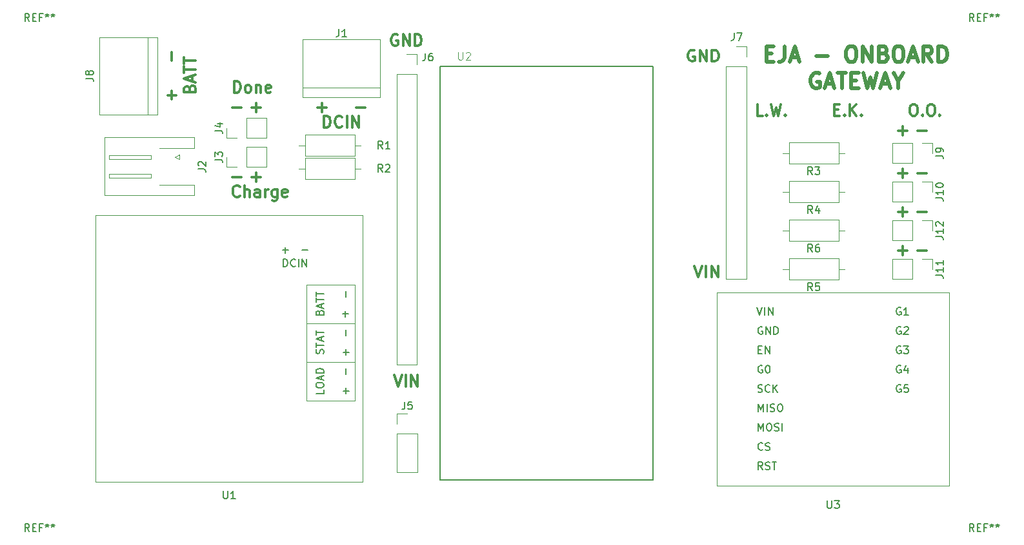
<source format=gto>
G04 #@! TF.GenerationSoftware,KiCad,Pcbnew,5.1.6-c6e7f7d~87~ubuntu20.04.1*
G04 #@! TF.CreationDate,2020-08-06T14:28:34-04:00*
G04 #@! TF.ProjectId,Onboard_Gateway,4f6e626f-6172-4645-9f47-617465776179,Leonardo Ward*
G04 #@! TF.SameCoordinates,Original*
G04 #@! TF.FileFunction,Legend,Top*
G04 #@! TF.FilePolarity,Positive*
%FSLAX46Y46*%
G04 Gerber Fmt 4.6, Leading zero omitted, Abs format (unit mm)*
G04 Created by KiCad (PCBNEW 5.1.6-c6e7f7d~87~ubuntu20.04.1) date 2020-08-06 14:28:34*
%MOMM*%
%LPD*%
G01*
G04 APERTURE LIST*
%ADD10C,0.300000*%
%ADD11C,0.500000*%
%ADD12C,0.120000*%
%ADD13C,0.127000*%
%ADD14C,0.150000*%
%ADD15C,0.015000*%
G04 APERTURE END LIST*
D10*
X187561742Y-95596971D02*
X188061742Y-97096971D01*
X188561742Y-95596971D01*
X189061742Y-97096971D02*
X189061742Y-95596971D01*
X189776028Y-97096971D02*
X189776028Y-95596971D01*
X190633171Y-97096971D01*
X190633171Y-95596971D01*
X187553742Y-67296600D02*
X187410885Y-67225171D01*
X187196600Y-67225171D01*
X186982314Y-67296600D01*
X186839457Y-67439457D01*
X186768028Y-67582314D01*
X186696600Y-67868028D01*
X186696600Y-68082314D01*
X186768028Y-68368028D01*
X186839457Y-68510885D01*
X186982314Y-68653742D01*
X187196600Y-68725171D01*
X187339457Y-68725171D01*
X187553742Y-68653742D01*
X187625171Y-68582314D01*
X187625171Y-68082314D01*
X187339457Y-68082314D01*
X188268028Y-68725171D02*
X188268028Y-67225171D01*
X189125171Y-68725171D01*
X189125171Y-67225171D01*
X189839457Y-68725171D02*
X189839457Y-67225171D01*
X190196600Y-67225171D01*
X190410885Y-67296600D01*
X190553742Y-67439457D01*
X190625171Y-67582314D01*
X190696600Y-67868028D01*
X190696600Y-68082314D01*
X190625171Y-68368028D01*
X190553742Y-68510885D01*
X190410885Y-68653742D01*
X190196600Y-68725171D01*
X189839457Y-68725171D01*
X148590142Y-65239200D02*
X148447285Y-65167771D01*
X148233000Y-65167771D01*
X148018714Y-65239200D01*
X147875857Y-65382057D01*
X147804428Y-65524914D01*
X147733000Y-65810628D01*
X147733000Y-66024914D01*
X147804428Y-66310628D01*
X147875857Y-66453485D01*
X148018714Y-66596342D01*
X148233000Y-66667771D01*
X148375857Y-66667771D01*
X148590142Y-66596342D01*
X148661571Y-66524914D01*
X148661571Y-66024914D01*
X148375857Y-66024914D01*
X149304428Y-66667771D02*
X149304428Y-65167771D01*
X150161571Y-66667771D01*
X150161571Y-65167771D01*
X150875857Y-66667771D02*
X150875857Y-65167771D01*
X151233000Y-65167771D01*
X151447285Y-65239200D01*
X151590142Y-65382057D01*
X151661571Y-65524914D01*
X151733000Y-65810628D01*
X151733000Y-66024914D01*
X151661571Y-66310628D01*
X151590142Y-66453485D01*
X151447285Y-66596342D01*
X151233000Y-66667771D01*
X150875857Y-66667771D01*
X148166342Y-109947971D02*
X148666342Y-111447971D01*
X149166342Y-109947971D01*
X149666342Y-111447971D02*
X149666342Y-109947971D01*
X150380628Y-111447971D02*
X150380628Y-109947971D01*
X151237771Y-111447971D01*
X151237771Y-109947971D01*
X216852571Y-93579142D02*
X217995428Y-93579142D01*
X216852571Y-88499142D02*
X217995428Y-88499142D01*
X216852571Y-83419142D02*
X217995428Y-83419142D01*
X214312571Y-93579142D02*
X215455428Y-93579142D01*
X214884000Y-94150571D02*
X214884000Y-93007714D01*
X214312571Y-88499142D02*
X215455428Y-88499142D01*
X214884000Y-89070571D02*
X214884000Y-87927714D01*
X214312571Y-83419142D02*
X215455428Y-83419142D01*
X214884000Y-83990571D02*
X214884000Y-82847714D01*
X216852571Y-77831142D02*
X217995428Y-77831142D01*
X214312571Y-77831142D02*
X215455428Y-77831142D01*
X214884000Y-78402571D02*
X214884000Y-77259714D01*
X196522000Y-75862571D02*
X195807714Y-75862571D01*
X195807714Y-74362571D01*
X197022000Y-75719714D02*
X197093428Y-75791142D01*
X197022000Y-75862571D01*
X196950571Y-75791142D01*
X197022000Y-75719714D01*
X197022000Y-75862571D01*
X197593428Y-74362571D02*
X197950571Y-75862571D01*
X198236285Y-74791142D01*
X198522000Y-75862571D01*
X198879142Y-74362571D01*
X199450571Y-75719714D02*
X199522000Y-75791142D01*
X199450571Y-75862571D01*
X199379142Y-75791142D01*
X199450571Y-75719714D01*
X199450571Y-75862571D01*
X205879142Y-75076857D02*
X206379142Y-75076857D01*
X206593428Y-75862571D02*
X205879142Y-75862571D01*
X205879142Y-74362571D01*
X206593428Y-74362571D01*
X207236285Y-75719714D02*
X207307714Y-75791142D01*
X207236285Y-75862571D01*
X207164857Y-75791142D01*
X207236285Y-75719714D01*
X207236285Y-75862571D01*
X207950571Y-75862571D02*
X207950571Y-74362571D01*
X208807714Y-75862571D02*
X208164857Y-75005428D01*
X208807714Y-74362571D02*
X207950571Y-75219714D01*
X209450571Y-75719714D02*
X209522000Y-75791142D01*
X209450571Y-75862571D01*
X209379142Y-75791142D01*
X209450571Y-75719714D01*
X209450571Y-75862571D01*
X216164857Y-74362571D02*
X216450571Y-74362571D01*
X216593428Y-74434000D01*
X216736285Y-74576857D01*
X216807714Y-74862571D01*
X216807714Y-75362571D01*
X216736285Y-75648285D01*
X216593428Y-75791142D01*
X216450571Y-75862571D01*
X216164857Y-75862571D01*
X216022000Y-75791142D01*
X215879142Y-75648285D01*
X215807714Y-75362571D01*
X215807714Y-74862571D01*
X215879142Y-74576857D01*
X216022000Y-74434000D01*
X216164857Y-74362571D01*
X217450571Y-75719714D02*
X217522000Y-75791142D01*
X217450571Y-75862571D01*
X217379142Y-75791142D01*
X217450571Y-75719714D01*
X217450571Y-75862571D01*
X218450571Y-74362571D02*
X218736285Y-74362571D01*
X218879142Y-74434000D01*
X219022000Y-74576857D01*
X219093428Y-74862571D01*
X219093428Y-75362571D01*
X219022000Y-75648285D01*
X218879142Y-75791142D01*
X218736285Y-75862571D01*
X218450571Y-75862571D01*
X218307714Y-75791142D01*
X218164857Y-75648285D01*
X218093428Y-75362571D01*
X218093428Y-74862571D01*
X218164857Y-74576857D01*
X218307714Y-74434000D01*
X218450571Y-74362571D01*
X219736285Y-75719714D02*
X219807714Y-75791142D01*
X219736285Y-75862571D01*
X219664857Y-75791142D01*
X219736285Y-75719714D01*
X219736285Y-75862571D01*
D11*
X196978476Y-67703142D02*
X197645142Y-67703142D01*
X197930857Y-68750761D02*
X196978476Y-68750761D01*
X196978476Y-66750761D01*
X197930857Y-66750761D01*
X199359428Y-66750761D02*
X199359428Y-68179333D01*
X199264190Y-68465047D01*
X199073714Y-68655523D01*
X198788000Y-68750761D01*
X198597523Y-68750761D01*
X200216571Y-68179333D02*
X201168952Y-68179333D01*
X200026095Y-68750761D02*
X200692761Y-66750761D01*
X201359428Y-68750761D01*
X203549904Y-67988857D02*
X205073714Y-67988857D01*
X207930857Y-66750761D02*
X208311809Y-66750761D01*
X208502285Y-66846000D01*
X208692761Y-67036476D01*
X208788000Y-67417428D01*
X208788000Y-68084095D01*
X208692761Y-68465047D01*
X208502285Y-68655523D01*
X208311809Y-68750761D01*
X207930857Y-68750761D01*
X207740380Y-68655523D01*
X207549904Y-68465047D01*
X207454666Y-68084095D01*
X207454666Y-67417428D01*
X207549904Y-67036476D01*
X207740380Y-66846000D01*
X207930857Y-66750761D01*
X209645142Y-68750761D02*
X209645142Y-66750761D01*
X210788000Y-68750761D01*
X210788000Y-66750761D01*
X212407047Y-67703142D02*
X212692761Y-67798380D01*
X212788000Y-67893619D01*
X212883238Y-68084095D01*
X212883238Y-68369809D01*
X212788000Y-68560285D01*
X212692761Y-68655523D01*
X212502285Y-68750761D01*
X211740380Y-68750761D01*
X211740380Y-66750761D01*
X212407047Y-66750761D01*
X212597523Y-66846000D01*
X212692761Y-66941238D01*
X212788000Y-67131714D01*
X212788000Y-67322190D01*
X212692761Y-67512666D01*
X212597523Y-67607904D01*
X212407047Y-67703142D01*
X211740380Y-67703142D01*
X214121333Y-66750761D02*
X214502285Y-66750761D01*
X214692761Y-66846000D01*
X214883238Y-67036476D01*
X214978476Y-67417428D01*
X214978476Y-68084095D01*
X214883238Y-68465047D01*
X214692761Y-68655523D01*
X214502285Y-68750761D01*
X214121333Y-68750761D01*
X213930857Y-68655523D01*
X213740380Y-68465047D01*
X213645142Y-68084095D01*
X213645142Y-67417428D01*
X213740380Y-67036476D01*
X213930857Y-66846000D01*
X214121333Y-66750761D01*
X215740380Y-68179333D02*
X216692761Y-68179333D01*
X215549904Y-68750761D02*
X216216571Y-66750761D01*
X216883238Y-68750761D01*
X218692761Y-68750761D02*
X218026095Y-67798380D01*
X217549904Y-68750761D02*
X217549904Y-66750761D01*
X218311809Y-66750761D01*
X218502285Y-66846000D01*
X218597523Y-66941238D01*
X218692761Y-67131714D01*
X218692761Y-67417428D01*
X218597523Y-67607904D01*
X218502285Y-67703142D01*
X218311809Y-67798380D01*
X217549904Y-67798380D01*
X219549904Y-68750761D02*
X219549904Y-66750761D01*
X220026095Y-66750761D01*
X220311809Y-66846000D01*
X220502285Y-67036476D01*
X220597523Y-67226952D01*
X220692761Y-67607904D01*
X220692761Y-67893619D01*
X220597523Y-68274571D01*
X220502285Y-68465047D01*
X220311809Y-68655523D01*
X220026095Y-68750761D01*
X219549904Y-68750761D01*
X203930857Y-70346000D02*
X203740380Y-70250761D01*
X203454666Y-70250761D01*
X203168952Y-70346000D01*
X202978476Y-70536476D01*
X202883238Y-70726952D01*
X202788000Y-71107904D01*
X202788000Y-71393619D01*
X202883238Y-71774571D01*
X202978476Y-71965047D01*
X203168952Y-72155523D01*
X203454666Y-72250761D01*
X203645142Y-72250761D01*
X203930857Y-72155523D01*
X204026095Y-72060285D01*
X204026095Y-71393619D01*
X203645142Y-71393619D01*
X204788000Y-71679333D02*
X205740380Y-71679333D01*
X204597523Y-72250761D02*
X205264190Y-70250761D01*
X205930857Y-72250761D01*
X206311809Y-70250761D02*
X207454666Y-70250761D01*
X206883238Y-72250761D02*
X206883238Y-70250761D01*
X208121333Y-71203142D02*
X208788000Y-71203142D01*
X209073714Y-72250761D02*
X208121333Y-72250761D01*
X208121333Y-70250761D01*
X209073714Y-70250761D01*
X209740380Y-70250761D02*
X210216571Y-72250761D01*
X210597523Y-70822190D01*
X210978476Y-72250761D01*
X211454666Y-70250761D01*
X212121333Y-71679333D02*
X213073714Y-71679333D01*
X211930857Y-72250761D02*
X212597523Y-70250761D01*
X213264190Y-72250761D01*
X214311809Y-71298380D02*
X214311809Y-72250761D01*
X213645142Y-70250761D02*
X214311809Y-71298380D01*
X214978476Y-70250761D01*
D10*
X138938285Y-77386571D02*
X138938285Y-75886571D01*
X139295428Y-75886571D01*
X139509714Y-75958000D01*
X139652571Y-76100857D01*
X139724000Y-76243714D01*
X139795428Y-76529428D01*
X139795428Y-76743714D01*
X139724000Y-77029428D01*
X139652571Y-77172285D01*
X139509714Y-77315142D01*
X139295428Y-77386571D01*
X138938285Y-77386571D01*
X141295428Y-77243714D02*
X141224000Y-77315142D01*
X141009714Y-77386571D01*
X140866857Y-77386571D01*
X140652571Y-77315142D01*
X140509714Y-77172285D01*
X140438285Y-77029428D01*
X140366857Y-76743714D01*
X140366857Y-76529428D01*
X140438285Y-76243714D01*
X140509714Y-76100857D01*
X140652571Y-75958000D01*
X140866857Y-75886571D01*
X141009714Y-75886571D01*
X141224000Y-75958000D01*
X141295428Y-76029428D01*
X141938285Y-77386571D02*
X141938285Y-75886571D01*
X142652571Y-77386571D02*
X142652571Y-75886571D01*
X143509714Y-77386571D01*
X143509714Y-75886571D01*
X118979142Y-68643428D02*
X118979142Y-67500571D01*
X118979142Y-73723428D02*
X118979142Y-72580571D01*
X119550571Y-73152000D02*
X118407714Y-73152000D01*
X121304857Y-72290571D02*
X121376285Y-72076285D01*
X121447714Y-72004857D01*
X121590571Y-71933428D01*
X121804857Y-71933428D01*
X121947714Y-72004857D01*
X122019142Y-72076285D01*
X122090571Y-72219142D01*
X122090571Y-72790571D01*
X120590571Y-72790571D01*
X120590571Y-72290571D01*
X120662000Y-72147714D01*
X120733428Y-72076285D01*
X120876285Y-72004857D01*
X121019142Y-72004857D01*
X121162000Y-72076285D01*
X121233428Y-72147714D01*
X121304857Y-72290571D01*
X121304857Y-72790571D01*
X121662000Y-71362000D02*
X121662000Y-70647714D01*
X122090571Y-71504857D02*
X120590571Y-71004857D01*
X122090571Y-70504857D01*
X120590571Y-70219142D02*
X120590571Y-69362000D01*
X122090571Y-69790571D02*
X120590571Y-69790571D01*
X120590571Y-69076285D02*
X120590571Y-68219142D01*
X122090571Y-68647714D02*
X120590571Y-68647714D01*
X143192571Y-74783142D02*
X144335428Y-74783142D01*
X138112571Y-74783142D02*
X139255428Y-74783142D01*
X138684000Y-75354571D02*
X138684000Y-74211714D01*
X127877428Y-86387714D02*
X127806000Y-86459142D01*
X127591714Y-86530571D01*
X127448857Y-86530571D01*
X127234571Y-86459142D01*
X127091714Y-86316285D01*
X127020285Y-86173428D01*
X126948857Y-85887714D01*
X126948857Y-85673428D01*
X127020285Y-85387714D01*
X127091714Y-85244857D01*
X127234571Y-85102000D01*
X127448857Y-85030571D01*
X127591714Y-85030571D01*
X127806000Y-85102000D01*
X127877428Y-85173428D01*
X128520285Y-86530571D02*
X128520285Y-85030571D01*
X129163142Y-86530571D02*
X129163142Y-85744857D01*
X129091714Y-85602000D01*
X128948857Y-85530571D01*
X128734571Y-85530571D01*
X128591714Y-85602000D01*
X128520285Y-85673428D01*
X130520285Y-86530571D02*
X130520285Y-85744857D01*
X130448857Y-85602000D01*
X130306000Y-85530571D01*
X130020285Y-85530571D01*
X129877428Y-85602000D01*
X130520285Y-86459142D02*
X130377428Y-86530571D01*
X130020285Y-86530571D01*
X129877428Y-86459142D01*
X129806000Y-86316285D01*
X129806000Y-86173428D01*
X129877428Y-86030571D01*
X130020285Y-85959142D01*
X130377428Y-85959142D01*
X130520285Y-85887714D01*
X131234571Y-86530571D02*
X131234571Y-85530571D01*
X131234571Y-85816285D02*
X131306000Y-85673428D01*
X131377428Y-85602000D01*
X131520285Y-85530571D01*
X131663142Y-85530571D01*
X132806000Y-85530571D02*
X132806000Y-86744857D01*
X132734571Y-86887714D01*
X132663142Y-86959142D01*
X132520285Y-87030571D01*
X132306000Y-87030571D01*
X132163142Y-86959142D01*
X132806000Y-86459142D02*
X132663142Y-86530571D01*
X132377428Y-86530571D01*
X132234571Y-86459142D01*
X132163142Y-86387714D01*
X132091714Y-86244857D01*
X132091714Y-85816285D01*
X132163142Y-85673428D01*
X132234571Y-85602000D01*
X132377428Y-85530571D01*
X132663142Y-85530571D01*
X132806000Y-85602000D01*
X134091714Y-86459142D02*
X133948857Y-86530571D01*
X133663142Y-86530571D01*
X133520285Y-86459142D01*
X133448857Y-86316285D01*
X133448857Y-85744857D01*
X133520285Y-85602000D01*
X133663142Y-85530571D01*
X133948857Y-85530571D01*
X134091714Y-85602000D01*
X134163142Y-85744857D01*
X134163142Y-85887714D01*
X133448857Y-86030571D01*
X127147142Y-72814571D02*
X127147142Y-71314571D01*
X127504285Y-71314571D01*
X127718571Y-71386000D01*
X127861428Y-71528857D01*
X127932857Y-71671714D01*
X128004285Y-71957428D01*
X128004285Y-72171714D01*
X127932857Y-72457428D01*
X127861428Y-72600285D01*
X127718571Y-72743142D01*
X127504285Y-72814571D01*
X127147142Y-72814571D01*
X128861428Y-72814571D02*
X128718571Y-72743142D01*
X128647142Y-72671714D01*
X128575714Y-72528857D01*
X128575714Y-72100285D01*
X128647142Y-71957428D01*
X128718571Y-71886000D01*
X128861428Y-71814571D01*
X129075714Y-71814571D01*
X129218571Y-71886000D01*
X129290000Y-71957428D01*
X129361428Y-72100285D01*
X129361428Y-72528857D01*
X129290000Y-72671714D01*
X129218571Y-72743142D01*
X129075714Y-72814571D01*
X128861428Y-72814571D01*
X130004285Y-71814571D02*
X130004285Y-72814571D01*
X130004285Y-71957428D02*
X130075714Y-71886000D01*
X130218571Y-71814571D01*
X130432857Y-71814571D01*
X130575714Y-71886000D01*
X130647142Y-72028857D01*
X130647142Y-72814571D01*
X131932857Y-72743142D02*
X131790000Y-72814571D01*
X131504285Y-72814571D01*
X131361428Y-72743142D01*
X131290000Y-72600285D01*
X131290000Y-72028857D01*
X131361428Y-71886000D01*
X131504285Y-71814571D01*
X131790000Y-71814571D01*
X131932857Y-71886000D01*
X132004285Y-72028857D01*
X132004285Y-72171714D01*
X131290000Y-72314571D01*
X129476571Y-74783142D02*
X130619428Y-74783142D01*
X130048000Y-75354571D02*
X130048000Y-74211714D01*
X126936571Y-74783142D02*
X128079428Y-74783142D01*
X126936571Y-83927142D02*
X128079428Y-83927142D01*
X129476571Y-83927142D02*
X130619428Y-83927142D01*
X130048000Y-84498571D02*
X130048000Y-83355714D01*
D12*
X143002000Y-98044000D02*
X136652000Y-98044000D01*
X136652000Y-98044000D02*
X136652000Y-113284000D01*
X136652000Y-113284000D02*
X143002000Y-113284000D01*
X143002000Y-113284000D02*
X143002000Y-98044000D01*
X136652000Y-103124000D02*
X143002000Y-103124000D01*
X136652000Y-108204000D02*
X143002000Y-108204000D01*
X144018000Y-123952000D02*
X144023080Y-88900000D01*
X144023080Y-88900000D02*
X108958380Y-88902540D01*
X108958380Y-88902540D02*
X108966000Y-123959620D01*
X108966000Y-123959620D02*
X144018000Y-123952000D01*
X190500000Y-99060000D02*
X190500000Y-124460000D01*
X190500000Y-124460000D02*
X220980000Y-124460000D01*
X220980000Y-124460000D02*
X220980000Y-99060000D01*
X220980000Y-99060000D02*
X190500000Y-99060000D01*
X131378000Y-82610000D02*
X131378000Y-79950000D01*
X128778000Y-82610000D02*
X131378000Y-82610000D01*
X128778000Y-79950000D02*
X131378000Y-79950000D01*
X128778000Y-82610000D02*
X128778000Y-79950000D01*
X127508000Y-82610000D02*
X126178000Y-82610000D01*
X126178000Y-82610000D02*
X126178000Y-81280000D01*
X131378000Y-78800000D02*
X131378000Y-76140000D01*
X128778000Y-78800000D02*
X131378000Y-78800000D01*
X128778000Y-76140000D02*
X131378000Y-76140000D01*
X128778000Y-78800000D02*
X128778000Y-76140000D01*
X127508000Y-78800000D02*
X126178000Y-78800000D01*
X126178000Y-78800000D02*
X126178000Y-77470000D01*
X148530000Y-115002000D02*
X149860000Y-115002000D01*
X148530000Y-116332000D02*
X148530000Y-115002000D01*
X148530000Y-117602000D02*
X151190000Y-117602000D01*
X151190000Y-117602000D02*
X151190000Y-122742000D01*
X148530000Y-117602000D02*
X148530000Y-122742000D01*
X148530000Y-122742000D02*
X151190000Y-122742000D01*
X117094000Y-75692000D02*
X117094000Y-65532000D01*
X109474000Y-75692000D02*
X117094000Y-75692000D01*
X109474000Y-65532000D02*
X109474000Y-75692000D01*
X117094000Y-65532000D02*
X109474000Y-65532000D01*
X115824000Y-65532000D02*
X115824000Y-75692000D01*
D13*
X182098000Y-123770000D02*
X154198000Y-123770000D01*
X182098000Y-69370000D02*
X182098000Y-123770000D01*
X154198000Y-69370000D02*
X182098000Y-69370000D01*
X154198000Y-123770000D02*
X154198000Y-69370000D01*
D12*
X110146000Y-82530000D02*
X110146000Y-78720000D01*
X110146000Y-78720000D02*
X121866000Y-78720000D01*
X121866000Y-78720000D02*
X121866000Y-80140000D01*
X121866000Y-80140000D02*
X117366000Y-80140000D01*
X110146000Y-82530000D02*
X110146000Y-86340000D01*
X110146000Y-86340000D02*
X121866000Y-86340000D01*
X121866000Y-86340000D02*
X121866000Y-84920000D01*
X121866000Y-84920000D02*
X117366000Y-84920000D01*
X116256000Y-81030000D02*
X110756000Y-81030000D01*
X110756000Y-81030000D02*
X110756000Y-81530000D01*
X110756000Y-81530000D02*
X116256000Y-81530000D01*
X116256000Y-81530000D02*
X116256000Y-81030000D01*
X116256000Y-83530000D02*
X110756000Y-83530000D01*
X110756000Y-83530000D02*
X110756000Y-84030000D01*
X110756000Y-84030000D02*
X116256000Y-84030000D01*
X116256000Y-84030000D02*
X116256000Y-83530000D01*
X119356000Y-81280000D02*
X119956000Y-80980000D01*
X119956000Y-80980000D02*
X119956000Y-81580000D01*
X119956000Y-81580000D02*
X119356000Y-81280000D01*
X136144000Y-73406000D02*
X146304000Y-73406000D01*
X136144000Y-65786000D02*
X136144000Y-73406000D01*
X146304000Y-65786000D02*
X136144000Y-65786000D01*
X146304000Y-73406000D02*
X146304000Y-65786000D01*
X146304000Y-72136000D02*
X136144000Y-72136000D01*
X136430000Y-78386000D02*
X136430000Y-81126000D01*
X136430000Y-81126000D02*
X142970000Y-81126000D01*
X142970000Y-81126000D02*
X142970000Y-78386000D01*
X142970000Y-78386000D02*
X136430000Y-78386000D01*
X135660000Y-79756000D02*
X136430000Y-79756000D01*
X143740000Y-79756000D02*
X142970000Y-79756000D01*
X143740000Y-82804000D02*
X142970000Y-82804000D01*
X135660000Y-82804000D02*
X136430000Y-82804000D01*
X142970000Y-81434000D02*
X136430000Y-81434000D01*
X142970000Y-84174000D02*
X142970000Y-81434000D01*
X136430000Y-84174000D02*
X142970000Y-84174000D01*
X136430000Y-81434000D02*
X136430000Y-84174000D01*
X149783800Y-67783400D02*
X151113800Y-67783400D01*
X151113800Y-67783400D02*
X151113800Y-69113400D01*
X151113800Y-70383400D02*
X151113800Y-108543400D01*
X148453800Y-108543400D02*
X151113800Y-108543400D01*
X148453800Y-70383400D02*
X148453800Y-108543400D01*
X148453800Y-70383400D02*
X151113800Y-70383400D01*
X193040000Y-66742000D02*
X194370000Y-66742000D01*
X194370000Y-66742000D02*
X194370000Y-68072000D01*
X194370000Y-69342000D02*
X194370000Y-97342000D01*
X191710000Y-97342000D02*
X194370000Y-97342000D01*
X191710000Y-69342000D02*
X191710000Y-97342000D01*
X191710000Y-69342000D02*
X194370000Y-69342000D01*
X213554000Y-79442000D02*
X213554000Y-82102000D01*
X216154000Y-79442000D02*
X213554000Y-79442000D01*
X216154000Y-82102000D02*
X213554000Y-82102000D01*
X216154000Y-79442000D02*
X216154000Y-82102000D01*
X217424000Y-79442000D02*
X218754000Y-79442000D01*
X218754000Y-79442000D02*
X218754000Y-80772000D01*
X218754000Y-84522000D02*
X218754000Y-85852000D01*
X217424000Y-84522000D02*
X218754000Y-84522000D01*
X216154000Y-84522000D02*
X216154000Y-87182000D01*
X216154000Y-87182000D02*
X213554000Y-87182000D01*
X216154000Y-84522000D02*
X213554000Y-84522000D01*
X213554000Y-84522000D02*
X213554000Y-87182000D01*
X213554000Y-94682000D02*
X213554000Y-97342000D01*
X216154000Y-94682000D02*
X213554000Y-94682000D01*
X216154000Y-97342000D02*
X213554000Y-97342000D01*
X216154000Y-94682000D02*
X216154000Y-97342000D01*
X217424000Y-94682000D02*
X218754000Y-94682000D01*
X218754000Y-94682000D02*
X218754000Y-96012000D01*
X218754000Y-89602000D02*
X218754000Y-90932000D01*
X217424000Y-89602000D02*
X218754000Y-89602000D01*
X216154000Y-89602000D02*
X216154000Y-92262000D01*
X216154000Y-92262000D02*
X213554000Y-92262000D01*
X216154000Y-89602000D02*
X213554000Y-89602000D01*
X213554000Y-89602000D02*
X213554000Y-92262000D01*
X199160000Y-80772000D02*
X199930000Y-80772000D01*
X207240000Y-80772000D02*
X206470000Y-80772000D01*
X199930000Y-82142000D02*
X206470000Y-82142000D01*
X199930000Y-79402000D02*
X199930000Y-82142000D01*
X206470000Y-79402000D02*
X199930000Y-79402000D01*
X206470000Y-82142000D02*
X206470000Y-79402000D01*
X206470000Y-87222000D02*
X206470000Y-84482000D01*
X206470000Y-84482000D02*
X199930000Y-84482000D01*
X199930000Y-84482000D02*
X199930000Y-87222000D01*
X199930000Y-87222000D02*
X206470000Y-87222000D01*
X207240000Y-85852000D02*
X206470000Y-85852000D01*
X199160000Y-85852000D02*
X199930000Y-85852000D01*
X206470000Y-97382000D02*
X206470000Y-94642000D01*
X206470000Y-94642000D02*
X199930000Y-94642000D01*
X199930000Y-94642000D02*
X199930000Y-97382000D01*
X199930000Y-97382000D02*
X206470000Y-97382000D01*
X207240000Y-96012000D02*
X206470000Y-96012000D01*
X199160000Y-96012000D02*
X199930000Y-96012000D01*
X199160000Y-90932000D02*
X199930000Y-90932000D01*
X207240000Y-90932000D02*
X206470000Y-90932000D01*
X199930000Y-92302000D02*
X206470000Y-92302000D01*
X199930000Y-89562000D02*
X199930000Y-92302000D01*
X206470000Y-89562000D02*
X199930000Y-89562000D01*
X206470000Y-92302000D02*
X206470000Y-89562000D01*
D14*
X100266666Y-130500380D02*
X99933333Y-130024190D01*
X99695238Y-130500380D02*
X99695238Y-129500380D01*
X100076190Y-129500380D01*
X100171428Y-129548000D01*
X100219047Y-129595619D01*
X100266666Y-129690857D01*
X100266666Y-129833714D01*
X100219047Y-129928952D01*
X100171428Y-129976571D01*
X100076190Y-130024190D01*
X99695238Y-130024190D01*
X100695238Y-129976571D02*
X101028571Y-129976571D01*
X101171428Y-130500380D02*
X100695238Y-130500380D01*
X100695238Y-129500380D01*
X101171428Y-129500380D01*
X101933333Y-129976571D02*
X101600000Y-129976571D01*
X101600000Y-130500380D02*
X101600000Y-129500380D01*
X102076190Y-129500380D01*
X102600000Y-129500380D02*
X102600000Y-129738476D01*
X102361904Y-129643238D02*
X102600000Y-129738476D01*
X102838095Y-129643238D01*
X102457142Y-129928952D02*
X102600000Y-129738476D01*
X102742857Y-129928952D01*
X103361904Y-129500380D02*
X103361904Y-129738476D01*
X103123809Y-129643238D02*
X103361904Y-129738476D01*
X103600000Y-129643238D01*
X103219047Y-129928952D02*
X103361904Y-129738476D01*
X103504761Y-129928952D01*
X224218666Y-130500380D02*
X223885333Y-130024190D01*
X223647238Y-130500380D02*
X223647238Y-129500380D01*
X224028190Y-129500380D01*
X224123428Y-129548000D01*
X224171047Y-129595619D01*
X224218666Y-129690857D01*
X224218666Y-129833714D01*
X224171047Y-129928952D01*
X224123428Y-129976571D01*
X224028190Y-130024190D01*
X223647238Y-130024190D01*
X224647238Y-129976571D02*
X224980571Y-129976571D01*
X225123428Y-130500380D02*
X224647238Y-130500380D01*
X224647238Y-129500380D01*
X225123428Y-129500380D01*
X225885333Y-129976571D02*
X225552000Y-129976571D01*
X225552000Y-130500380D02*
X225552000Y-129500380D01*
X226028190Y-129500380D01*
X226552000Y-129500380D02*
X226552000Y-129738476D01*
X226313904Y-129643238D02*
X226552000Y-129738476D01*
X226790095Y-129643238D01*
X226409142Y-129928952D02*
X226552000Y-129738476D01*
X226694857Y-129928952D01*
X227313904Y-129500380D02*
X227313904Y-129738476D01*
X227075809Y-129643238D02*
X227313904Y-129738476D01*
X227552000Y-129643238D01*
X227171047Y-129928952D02*
X227313904Y-129738476D01*
X227456761Y-129928952D01*
X224218666Y-63444380D02*
X223885333Y-62968190D01*
X223647238Y-63444380D02*
X223647238Y-62444380D01*
X224028190Y-62444380D01*
X224123428Y-62492000D01*
X224171047Y-62539619D01*
X224218666Y-62634857D01*
X224218666Y-62777714D01*
X224171047Y-62872952D01*
X224123428Y-62920571D01*
X224028190Y-62968190D01*
X223647238Y-62968190D01*
X224647238Y-62920571D02*
X224980571Y-62920571D01*
X225123428Y-63444380D02*
X224647238Y-63444380D01*
X224647238Y-62444380D01*
X225123428Y-62444380D01*
X225885333Y-62920571D02*
X225552000Y-62920571D01*
X225552000Y-63444380D02*
X225552000Y-62444380D01*
X226028190Y-62444380D01*
X226552000Y-62444380D02*
X226552000Y-62682476D01*
X226313904Y-62587238D02*
X226552000Y-62682476D01*
X226790095Y-62587238D01*
X226409142Y-62872952D02*
X226552000Y-62682476D01*
X226694857Y-62872952D01*
X227313904Y-62444380D02*
X227313904Y-62682476D01*
X227075809Y-62587238D02*
X227313904Y-62682476D01*
X227552000Y-62587238D01*
X227171047Y-62872952D02*
X227313904Y-62682476D01*
X227456761Y-62872952D01*
X100266666Y-63444380D02*
X99933333Y-62968190D01*
X99695238Y-63444380D02*
X99695238Y-62444380D01*
X100076190Y-62444380D01*
X100171428Y-62492000D01*
X100219047Y-62539619D01*
X100266666Y-62634857D01*
X100266666Y-62777714D01*
X100219047Y-62872952D01*
X100171428Y-62920571D01*
X100076190Y-62968190D01*
X99695238Y-62968190D01*
X100695238Y-62920571D02*
X101028571Y-62920571D01*
X101171428Y-63444380D02*
X100695238Y-63444380D01*
X100695238Y-62444380D01*
X101171428Y-62444380D01*
X101933333Y-62920571D02*
X101600000Y-62920571D01*
X101600000Y-63444380D02*
X101600000Y-62444380D01*
X102076190Y-62444380D01*
X102600000Y-62444380D02*
X102600000Y-62682476D01*
X102361904Y-62587238D02*
X102600000Y-62682476D01*
X102838095Y-62587238D01*
X102457142Y-62872952D02*
X102600000Y-62682476D01*
X102742857Y-62872952D01*
X103361904Y-62444380D02*
X103361904Y-62682476D01*
X103123809Y-62587238D02*
X103361904Y-62682476D01*
X103600000Y-62587238D01*
X103219047Y-62872952D02*
X103361904Y-62682476D01*
X103504761Y-62872952D01*
X125730095Y-125182380D02*
X125730095Y-125991904D01*
X125777714Y-126087142D01*
X125825333Y-126134761D01*
X125920571Y-126182380D01*
X126111047Y-126182380D01*
X126206285Y-126134761D01*
X126253904Y-126087142D01*
X126301523Y-125991904D01*
X126301523Y-125182380D01*
X127301523Y-126182380D02*
X126730095Y-126182380D01*
X127015809Y-126182380D02*
X127015809Y-125182380D01*
X126920571Y-125325238D01*
X126825333Y-125420476D01*
X126730095Y-125468095D01*
X133604190Y-95702380D02*
X133604190Y-94702380D01*
X133842285Y-94702380D01*
X133985142Y-94750000D01*
X134080380Y-94845238D01*
X134128000Y-94940476D01*
X134175619Y-95130952D01*
X134175619Y-95273809D01*
X134128000Y-95464285D01*
X134080380Y-95559523D01*
X133985142Y-95654761D01*
X133842285Y-95702380D01*
X133604190Y-95702380D01*
X135175619Y-95607142D02*
X135128000Y-95654761D01*
X134985142Y-95702380D01*
X134889904Y-95702380D01*
X134747047Y-95654761D01*
X134651809Y-95559523D01*
X134604190Y-95464285D01*
X134556571Y-95273809D01*
X134556571Y-95130952D01*
X134604190Y-94940476D01*
X134651809Y-94845238D01*
X134747047Y-94750000D01*
X134889904Y-94702380D01*
X134985142Y-94702380D01*
X135128000Y-94750000D01*
X135175619Y-94797619D01*
X135604190Y-95702380D02*
X135604190Y-94702380D01*
X136080380Y-95702380D02*
X136080380Y-94702380D01*
X136651809Y-95702380D01*
X136651809Y-94702380D01*
X136017047Y-93543428D02*
X136778952Y-93543428D01*
X133477047Y-93543428D02*
X134238952Y-93543428D01*
X133858000Y-93924380D02*
X133858000Y-93162476D01*
X141803428Y-99694952D02*
X141803428Y-98933047D01*
X141351047Y-101925428D02*
X142112952Y-101925428D01*
X141732000Y-102306380D02*
X141732000Y-101544476D01*
X141803428Y-104774952D02*
X141803428Y-104013047D01*
X141803428Y-107314952D02*
X141803428Y-106553047D01*
X142184380Y-106934000D02*
X141422476Y-106934000D01*
X141803428Y-109854952D02*
X141803428Y-109093047D01*
X141803428Y-112394952D02*
X141803428Y-111633047D01*
X142184380Y-112014000D02*
X141422476Y-112014000D01*
X138358571Y-101703047D02*
X138406190Y-101560190D01*
X138453809Y-101512571D01*
X138549047Y-101464952D01*
X138691904Y-101464952D01*
X138787142Y-101512571D01*
X138834761Y-101560190D01*
X138882380Y-101655428D01*
X138882380Y-102036380D01*
X137882380Y-102036380D01*
X137882380Y-101703047D01*
X137930000Y-101607809D01*
X137977619Y-101560190D01*
X138072857Y-101512571D01*
X138168095Y-101512571D01*
X138263333Y-101560190D01*
X138310952Y-101607809D01*
X138358571Y-101703047D01*
X138358571Y-102036380D01*
X138596666Y-101084000D02*
X138596666Y-100607809D01*
X138882380Y-101179238D02*
X137882380Y-100845904D01*
X138882380Y-100512571D01*
X137882380Y-100322095D02*
X137882380Y-99750666D01*
X138882380Y-100036380D02*
X137882380Y-100036380D01*
X137882380Y-99560190D02*
X137882380Y-98988761D01*
X138882380Y-99274476D02*
X137882380Y-99274476D01*
X138834761Y-107140190D02*
X138882380Y-106997333D01*
X138882380Y-106759238D01*
X138834761Y-106664000D01*
X138787142Y-106616380D01*
X138691904Y-106568761D01*
X138596666Y-106568761D01*
X138501428Y-106616380D01*
X138453809Y-106664000D01*
X138406190Y-106759238D01*
X138358571Y-106949714D01*
X138310952Y-107044952D01*
X138263333Y-107092571D01*
X138168095Y-107140190D01*
X138072857Y-107140190D01*
X137977619Y-107092571D01*
X137930000Y-107044952D01*
X137882380Y-106949714D01*
X137882380Y-106711619D01*
X137930000Y-106568761D01*
X137882380Y-106283047D02*
X137882380Y-105711619D01*
X138882380Y-105997333D02*
X137882380Y-105997333D01*
X138596666Y-105425904D02*
X138596666Y-104949714D01*
X138882380Y-105521142D02*
X137882380Y-105187809D01*
X138882380Y-104854476D01*
X137882380Y-104664000D02*
X137882380Y-104092571D01*
X138882380Y-104378285D02*
X137882380Y-104378285D01*
X138882380Y-111886857D02*
X138882380Y-112363047D01*
X137882380Y-112363047D01*
X137882380Y-111363047D02*
X137882380Y-111172571D01*
X137930000Y-111077333D01*
X138025238Y-110982095D01*
X138215714Y-110934476D01*
X138549047Y-110934476D01*
X138739523Y-110982095D01*
X138834761Y-111077333D01*
X138882380Y-111172571D01*
X138882380Y-111363047D01*
X138834761Y-111458285D01*
X138739523Y-111553523D01*
X138549047Y-111601142D01*
X138215714Y-111601142D01*
X138025238Y-111553523D01*
X137930000Y-111458285D01*
X137882380Y-111363047D01*
X138596666Y-110553523D02*
X138596666Y-110077333D01*
X138882380Y-110648761D02*
X137882380Y-110315428D01*
X138882380Y-109982095D01*
X138882380Y-109648761D02*
X137882380Y-109648761D01*
X137882380Y-109410666D01*
X137930000Y-109267809D01*
X138025238Y-109172571D01*
X138120476Y-109124952D01*
X138310952Y-109077333D01*
X138453809Y-109077333D01*
X138644285Y-109124952D01*
X138739523Y-109172571D01*
X138834761Y-109267809D01*
X138882380Y-109410666D01*
X138882380Y-109648761D01*
X204978095Y-126452380D02*
X204978095Y-127261904D01*
X205025714Y-127357142D01*
X205073333Y-127404761D01*
X205168571Y-127452380D01*
X205359047Y-127452380D01*
X205454285Y-127404761D01*
X205501904Y-127357142D01*
X205549523Y-127261904D01*
X205549523Y-126452380D01*
X205930476Y-126452380D02*
X206549523Y-126452380D01*
X206216190Y-126833333D01*
X206359047Y-126833333D01*
X206454285Y-126880952D01*
X206501904Y-126928571D01*
X206549523Y-127023809D01*
X206549523Y-127261904D01*
X206501904Y-127357142D01*
X206454285Y-127404761D01*
X206359047Y-127452380D01*
X206073333Y-127452380D01*
X205978095Y-127404761D01*
X205930476Y-127357142D01*
X195772738Y-101052380D02*
X196106071Y-102052380D01*
X196439404Y-101052380D01*
X196772738Y-102052380D02*
X196772738Y-101052380D01*
X197248928Y-102052380D02*
X197248928Y-101052380D01*
X197820357Y-102052380D01*
X197820357Y-101052380D01*
X196439404Y-103640000D02*
X196344166Y-103592380D01*
X196201309Y-103592380D01*
X196058452Y-103640000D01*
X195963214Y-103735238D01*
X195915595Y-103830476D01*
X195867976Y-104020952D01*
X195867976Y-104163809D01*
X195915595Y-104354285D01*
X195963214Y-104449523D01*
X196058452Y-104544761D01*
X196201309Y-104592380D01*
X196296547Y-104592380D01*
X196439404Y-104544761D01*
X196487023Y-104497142D01*
X196487023Y-104163809D01*
X196296547Y-104163809D01*
X196915595Y-104592380D02*
X196915595Y-103592380D01*
X197487023Y-104592380D01*
X197487023Y-103592380D01*
X197963214Y-104592380D02*
X197963214Y-103592380D01*
X198201309Y-103592380D01*
X198344166Y-103640000D01*
X198439404Y-103735238D01*
X198487023Y-103830476D01*
X198534642Y-104020952D01*
X198534642Y-104163809D01*
X198487023Y-104354285D01*
X198439404Y-104449523D01*
X198344166Y-104544761D01*
X198201309Y-104592380D01*
X197963214Y-104592380D01*
X195915595Y-106608571D02*
X196248928Y-106608571D01*
X196391785Y-107132380D02*
X195915595Y-107132380D01*
X195915595Y-106132380D01*
X196391785Y-106132380D01*
X196820357Y-107132380D02*
X196820357Y-106132380D01*
X197391785Y-107132380D01*
X197391785Y-106132380D01*
X196439404Y-108720000D02*
X196344166Y-108672380D01*
X196201309Y-108672380D01*
X196058452Y-108720000D01*
X195963214Y-108815238D01*
X195915595Y-108910476D01*
X195867976Y-109100952D01*
X195867976Y-109243809D01*
X195915595Y-109434285D01*
X195963214Y-109529523D01*
X196058452Y-109624761D01*
X196201309Y-109672380D01*
X196296547Y-109672380D01*
X196439404Y-109624761D01*
X196487023Y-109577142D01*
X196487023Y-109243809D01*
X196296547Y-109243809D01*
X197106071Y-108672380D02*
X197201309Y-108672380D01*
X197296547Y-108720000D01*
X197344166Y-108767619D01*
X197391785Y-108862857D01*
X197439404Y-109053333D01*
X197439404Y-109291428D01*
X197391785Y-109481904D01*
X197344166Y-109577142D01*
X197296547Y-109624761D01*
X197201309Y-109672380D01*
X197106071Y-109672380D01*
X197010833Y-109624761D01*
X196963214Y-109577142D01*
X196915595Y-109481904D01*
X196867976Y-109291428D01*
X196867976Y-109053333D01*
X196915595Y-108862857D01*
X196963214Y-108767619D01*
X197010833Y-108720000D01*
X197106071Y-108672380D01*
X195867976Y-112164761D02*
X196010833Y-112212380D01*
X196248928Y-112212380D01*
X196344166Y-112164761D01*
X196391785Y-112117142D01*
X196439404Y-112021904D01*
X196439404Y-111926666D01*
X196391785Y-111831428D01*
X196344166Y-111783809D01*
X196248928Y-111736190D01*
X196058452Y-111688571D01*
X195963214Y-111640952D01*
X195915595Y-111593333D01*
X195867976Y-111498095D01*
X195867976Y-111402857D01*
X195915595Y-111307619D01*
X195963214Y-111260000D01*
X196058452Y-111212380D01*
X196296547Y-111212380D01*
X196439404Y-111260000D01*
X197439404Y-112117142D02*
X197391785Y-112164761D01*
X197248928Y-112212380D01*
X197153690Y-112212380D01*
X197010833Y-112164761D01*
X196915595Y-112069523D01*
X196867976Y-111974285D01*
X196820357Y-111783809D01*
X196820357Y-111640952D01*
X196867976Y-111450476D01*
X196915595Y-111355238D01*
X197010833Y-111260000D01*
X197153690Y-111212380D01*
X197248928Y-111212380D01*
X197391785Y-111260000D01*
X197439404Y-111307619D01*
X197867976Y-112212380D02*
X197867976Y-111212380D01*
X198439404Y-112212380D02*
X198010833Y-111640952D01*
X198439404Y-111212380D02*
X197867976Y-111783809D01*
X195915595Y-114752380D02*
X195915595Y-113752380D01*
X196248928Y-114466666D01*
X196582261Y-113752380D01*
X196582261Y-114752380D01*
X197058452Y-114752380D02*
X197058452Y-113752380D01*
X197487023Y-114704761D02*
X197629880Y-114752380D01*
X197867976Y-114752380D01*
X197963214Y-114704761D01*
X198010833Y-114657142D01*
X198058452Y-114561904D01*
X198058452Y-114466666D01*
X198010833Y-114371428D01*
X197963214Y-114323809D01*
X197867976Y-114276190D01*
X197677500Y-114228571D01*
X197582261Y-114180952D01*
X197534642Y-114133333D01*
X197487023Y-114038095D01*
X197487023Y-113942857D01*
X197534642Y-113847619D01*
X197582261Y-113800000D01*
X197677500Y-113752380D01*
X197915595Y-113752380D01*
X198058452Y-113800000D01*
X198677500Y-113752380D02*
X198867976Y-113752380D01*
X198963214Y-113800000D01*
X199058452Y-113895238D01*
X199106071Y-114085714D01*
X199106071Y-114419047D01*
X199058452Y-114609523D01*
X198963214Y-114704761D01*
X198867976Y-114752380D01*
X198677500Y-114752380D01*
X198582261Y-114704761D01*
X198487023Y-114609523D01*
X198439404Y-114419047D01*
X198439404Y-114085714D01*
X198487023Y-113895238D01*
X198582261Y-113800000D01*
X198677500Y-113752380D01*
X195915595Y-117292380D02*
X195915595Y-116292380D01*
X196248928Y-117006666D01*
X196582261Y-116292380D01*
X196582261Y-117292380D01*
X197248928Y-116292380D02*
X197439404Y-116292380D01*
X197534642Y-116340000D01*
X197629880Y-116435238D01*
X197677500Y-116625714D01*
X197677500Y-116959047D01*
X197629880Y-117149523D01*
X197534642Y-117244761D01*
X197439404Y-117292380D01*
X197248928Y-117292380D01*
X197153690Y-117244761D01*
X197058452Y-117149523D01*
X197010833Y-116959047D01*
X197010833Y-116625714D01*
X197058452Y-116435238D01*
X197153690Y-116340000D01*
X197248928Y-116292380D01*
X198058452Y-117244761D02*
X198201309Y-117292380D01*
X198439404Y-117292380D01*
X198534642Y-117244761D01*
X198582261Y-117197142D01*
X198629880Y-117101904D01*
X198629880Y-117006666D01*
X198582261Y-116911428D01*
X198534642Y-116863809D01*
X198439404Y-116816190D01*
X198248928Y-116768571D01*
X198153690Y-116720952D01*
X198106071Y-116673333D01*
X198058452Y-116578095D01*
X198058452Y-116482857D01*
X198106071Y-116387619D01*
X198153690Y-116340000D01*
X198248928Y-116292380D01*
X198487023Y-116292380D01*
X198629880Y-116340000D01*
X199058452Y-117292380D02*
X199058452Y-116292380D01*
X196487023Y-119737142D02*
X196439404Y-119784761D01*
X196296547Y-119832380D01*
X196201309Y-119832380D01*
X196058452Y-119784761D01*
X195963214Y-119689523D01*
X195915595Y-119594285D01*
X195867976Y-119403809D01*
X195867976Y-119260952D01*
X195915595Y-119070476D01*
X195963214Y-118975238D01*
X196058452Y-118880000D01*
X196201309Y-118832380D01*
X196296547Y-118832380D01*
X196439404Y-118880000D01*
X196487023Y-118927619D01*
X196867976Y-119784761D02*
X197010833Y-119832380D01*
X197248928Y-119832380D01*
X197344166Y-119784761D01*
X197391785Y-119737142D01*
X197439404Y-119641904D01*
X197439404Y-119546666D01*
X197391785Y-119451428D01*
X197344166Y-119403809D01*
X197248928Y-119356190D01*
X197058452Y-119308571D01*
X196963214Y-119260952D01*
X196915595Y-119213333D01*
X196867976Y-119118095D01*
X196867976Y-119022857D01*
X196915595Y-118927619D01*
X196963214Y-118880000D01*
X197058452Y-118832380D01*
X197296547Y-118832380D01*
X197439404Y-118880000D01*
X196487023Y-122372380D02*
X196153690Y-121896190D01*
X195915595Y-122372380D02*
X195915595Y-121372380D01*
X196296547Y-121372380D01*
X196391785Y-121420000D01*
X196439404Y-121467619D01*
X196487023Y-121562857D01*
X196487023Y-121705714D01*
X196439404Y-121800952D01*
X196391785Y-121848571D01*
X196296547Y-121896190D01*
X195915595Y-121896190D01*
X196867976Y-122324761D02*
X197010833Y-122372380D01*
X197248928Y-122372380D01*
X197344166Y-122324761D01*
X197391785Y-122277142D01*
X197439404Y-122181904D01*
X197439404Y-122086666D01*
X197391785Y-121991428D01*
X197344166Y-121943809D01*
X197248928Y-121896190D01*
X197058452Y-121848571D01*
X196963214Y-121800952D01*
X196915595Y-121753333D01*
X196867976Y-121658095D01*
X196867976Y-121562857D01*
X196915595Y-121467619D01*
X196963214Y-121420000D01*
X197058452Y-121372380D01*
X197296547Y-121372380D01*
X197439404Y-121420000D01*
X197725119Y-121372380D02*
X198296547Y-121372380D01*
X198010833Y-122372380D02*
X198010833Y-121372380D01*
X214612023Y-101100000D02*
X214516785Y-101052380D01*
X214373928Y-101052380D01*
X214231071Y-101100000D01*
X214135833Y-101195238D01*
X214088214Y-101290476D01*
X214040595Y-101480952D01*
X214040595Y-101623809D01*
X214088214Y-101814285D01*
X214135833Y-101909523D01*
X214231071Y-102004761D01*
X214373928Y-102052380D01*
X214469166Y-102052380D01*
X214612023Y-102004761D01*
X214659642Y-101957142D01*
X214659642Y-101623809D01*
X214469166Y-101623809D01*
X215612023Y-102052380D02*
X215040595Y-102052380D01*
X215326309Y-102052380D02*
X215326309Y-101052380D01*
X215231071Y-101195238D01*
X215135833Y-101290476D01*
X215040595Y-101338095D01*
X214612023Y-103640000D02*
X214516785Y-103592380D01*
X214373928Y-103592380D01*
X214231071Y-103640000D01*
X214135833Y-103735238D01*
X214088214Y-103830476D01*
X214040595Y-104020952D01*
X214040595Y-104163809D01*
X214088214Y-104354285D01*
X214135833Y-104449523D01*
X214231071Y-104544761D01*
X214373928Y-104592380D01*
X214469166Y-104592380D01*
X214612023Y-104544761D01*
X214659642Y-104497142D01*
X214659642Y-104163809D01*
X214469166Y-104163809D01*
X215040595Y-103687619D02*
X215088214Y-103640000D01*
X215183452Y-103592380D01*
X215421547Y-103592380D01*
X215516785Y-103640000D01*
X215564404Y-103687619D01*
X215612023Y-103782857D01*
X215612023Y-103878095D01*
X215564404Y-104020952D01*
X214992976Y-104592380D01*
X215612023Y-104592380D01*
X214612023Y-106180000D02*
X214516785Y-106132380D01*
X214373928Y-106132380D01*
X214231071Y-106180000D01*
X214135833Y-106275238D01*
X214088214Y-106370476D01*
X214040595Y-106560952D01*
X214040595Y-106703809D01*
X214088214Y-106894285D01*
X214135833Y-106989523D01*
X214231071Y-107084761D01*
X214373928Y-107132380D01*
X214469166Y-107132380D01*
X214612023Y-107084761D01*
X214659642Y-107037142D01*
X214659642Y-106703809D01*
X214469166Y-106703809D01*
X214992976Y-106132380D02*
X215612023Y-106132380D01*
X215278690Y-106513333D01*
X215421547Y-106513333D01*
X215516785Y-106560952D01*
X215564404Y-106608571D01*
X215612023Y-106703809D01*
X215612023Y-106941904D01*
X215564404Y-107037142D01*
X215516785Y-107084761D01*
X215421547Y-107132380D01*
X215135833Y-107132380D01*
X215040595Y-107084761D01*
X214992976Y-107037142D01*
X214612023Y-108720000D02*
X214516785Y-108672380D01*
X214373928Y-108672380D01*
X214231071Y-108720000D01*
X214135833Y-108815238D01*
X214088214Y-108910476D01*
X214040595Y-109100952D01*
X214040595Y-109243809D01*
X214088214Y-109434285D01*
X214135833Y-109529523D01*
X214231071Y-109624761D01*
X214373928Y-109672380D01*
X214469166Y-109672380D01*
X214612023Y-109624761D01*
X214659642Y-109577142D01*
X214659642Y-109243809D01*
X214469166Y-109243809D01*
X215516785Y-109005714D02*
X215516785Y-109672380D01*
X215278690Y-108624761D02*
X215040595Y-109339047D01*
X215659642Y-109339047D01*
X214612023Y-111260000D02*
X214516785Y-111212380D01*
X214373928Y-111212380D01*
X214231071Y-111260000D01*
X214135833Y-111355238D01*
X214088214Y-111450476D01*
X214040595Y-111640952D01*
X214040595Y-111783809D01*
X214088214Y-111974285D01*
X214135833Y-112069523D01*
X214231071Y-112164761D01*
X214373928Y-112212380D01*
X214469166Y-112212380D01*
X214612023Y-112164761D01*
X214659642Y-112117142D01*
X214659642Y-111783809D01*
X214469166Y-111783809D01*
X215564404Y-111212380D02*
X215088214Y-111212380D01*
X215040595Y-111688571D01*
X215088214Y-111640952D01*
X215183452Y-111593333D01*
X215421547Y-111593333D01*
X215516785Y-111640952D01*
X215564404Y-111688571D01*
X215612023Y-111783809D01*
X215612023Y-112021904D01*
X215564404Y-112117142D01*
X215516785Y-112164761D01*
X215421547Y-112212380D01*
X215183452Y-112212380D01*
X215088214Y-112164761D01*
X215040595Y-112117142D01*
X124630380Y-81613333D02*
X125344666Y-81613333D01*
X125487523Y-81660952D01*
X125582761Y-81756190D01*
X125630380Y-81899047D01*
X125630380Y-81994285D01*
X124630380Y-81232380D02*
X124630380Y-80613333D01*
X125011333Y-80946666D01*
X125011333Y-80803809D01*
X125058952Y-80708571D01*
X125106571Y-80660952D01*
X125201809Y-80613333D01*
X125439904Y-80613333D01*
X125535142Y-80660952D01*
X125582761Y-80708571D01*
X125630380Y-80803809D01*
X125630380Y-81089523D01*
X125582761Y-81184761D01*
X125535142Y-81232380D01*
X124630380Y-77803333D02*
X125344666Y-77803333D01*
X125487523Y-77850952D01*
X125582761Y-77946190D01*
X125630380Y-78089047D01*
X125630380Y-78184285D01*
X124963714Y-76898571D02*
X125630380Y-76898571D01*
X124582761Y-77136666D02*
X125297047Y-77374761D01*
X125297047Y-76755714D01*
X149526666Y-113454380D02*
X149526666Y-114168666D01*
X149479047Y-114311523D01*
X149383809Y-114406761D01*
X149240952Y-114454380D01*
X149145714Y-114454380D01*
X150479047Y-113454380D02*
X150002857Y-113454380D01*
X149955238Y-113930571D01*
X150002857Y-113882952D01*
X150098095Y-113835333D01*
X150336190Y-113835333D01*
X150431428Y-113882952D01*
X150479047Y-113930571D01*
X150526666Y-114025809D01*
X150526666Y-114263904D01*
X150479047Y-114359142D01*
X150431428Y-114406761D01*
X150336190Y-114454380D01*
X150098095Y-114454380D01*
X150002857Y-114406761D01*
X149955238Y-114359142D01*
X107656380Y-70945333D02*
X108370666Y-70945333D01*
X108513523Y-70992952D01*
X108608761Y-71088190D01*
X108656380Y-71231047D01*
X108656380Y-71326285D01*
X108084952Y-70326285D02*
X108037333Y-70421523D01*
X107989714Y-70469142D01*
X107894476Y-70516761D01*
X107846857Y-70516761D01*
X107751619Y-70469142D01*
X107704000Y-70421523D01*
X107656380Y-70326285D01*
X107656380Y-70135809D01*
X107704000Y-70040571D01*
X107751619Y-69992952D01*
X107846857Y-69945333D01*
X107894476Y-69945333D01*
X107989714Y-69992952D01*
X108037333Y-70040571D01*
X108084952Y-70135809D01*
X108084952Y-70326285D01*
X108132571Y-70421523D01*
X108180190Y-70469142D01*
X108275428Y-70516761D01*
X108465904Y-70516761D01*
X108561142Y-70469142D01*
X108608761Y-70421523D01*
X108656380Y-70326285D01*
X108656380Y-70135809D01*
X108608761Y-70040571D01*
X108561142Y-69992952D01*
X108465904Y-69945333D01*
X108275428Y-69945333D01*
X108180190Y-69992952D01*
X108132571Y-70040571D01*
X108084952Y-70135809D01*
D15*
X156556626Y-67526124D02*
X156556626Y-68335960D01*
X156604263Y-68431235D01*
X156651901Y-68478873D01*
X156747175Y-68526510D01*
X156937725Y-68526510D01*
X157033000Y-68478873D01*
X157080637Y-68431235D01*
X157128275Y-68335960D01*
X157128275Y-67526124D01*
X157557012Y-67621399D02*
X157604649Y-67573762D01*
X157699924Y-67526124D01*
X157938111Y-67526124D01*
X158033386Y-67573762D01*
X158081023Y-67621399D01*
X158128661Y-67716674D01*
X158128661Y-67811949D01*
X158081023Y-67954861D01*
X157509374Y-68526510D01*
X158128661Y-68526510D01*
D14*
X122408380Y-82863333D02*
X123122666Y-82863333D01*
X123265523Y-82910952D01*
X123360761Y-83006190D01*
X123408380Y-83149047D01*
X123408380Y-83244285D01*
X122503619Y-82434761D02*
X122456000Y-82387142D01*
X122408380Y-82291904D01*
X122408380Y-82053809D01*
X122456000Y-81958571D01*
X122503619Y-81910952D01*
X122598857Y-81863333D01*
X122694095Y-81863333D01*
X122836952Y-81910952D01*
X123408380Y-82482380D01*
X123408380Y-81863333D01*
X140890666Y-64476380D02*
X140890666Y-65190666D01*
X140843047Y-65333523D01*
X140747809Y-65428761D01*
X140604952Y-65476380D01*
X140509714Y-65476380D01*
X141890666Y-65476380D02*
X141319238Y-65476380D01*
X141604952Y-65476380D02*
X141604952Y-64476380D01*
X141509714Y-64619238D01*
X141414476Y-64714476D01*
X141319238Y-64762095D01*
X146645333Y-80208380D02*
X146312000Y-79732190D01*
X146073904Y-80208380D02*
X146073904Y-79208380D01*
X146454857Y-79208380D01*
X146550095Y-79256000D01*
X146597714Y-79303619D01*
X146645333Y-79398857D01*
X146645333Y-79541714D01*
X146597714Y-79636952D01*
X146550095Y-79684571D01*
X146454857Y-79732190D01*
X146073904Y-79732190D01*
X147597714Y-80208380D02*
X147026285Y-80208380D01*
X147312000Y-80208380D02*
X147312000Y-79208380D01*
X147216761Y-79351238D01*
X147121523Y-79446476D01*
X147026285Y-79494095D01*
X146645333Y-83256380D02*
X146312000Y-82780190D01*
X146073904Y-83256380D02*
X146073904Y-82256380D01*
X146454857Y-82256380D01*
X146550095Y-82304000D01*
X146597714Y-82351619D01*
X146645333Y-82446857D01*
X146645333Y-82589714D01*
X146597714Y-82684952D01*
X146550095Y-82732571D01*
X146454857Y-82780190D01*
X146073904Y-82780190D01*
X147026285Y-82351619D02*
X147073904Y-82304000D01*
X147169142Y-82256380D01*
X147407238Y-82256380D01*
X147502476Y-82304000D01*
X147550095Y-82351619D01*
X147597714Y-82446857D01*
X147597714Y-82542095D01*
X147550095Y-82684952D01*
X146978666Y-83256380D01*
X147597714Y-83256380D01*
X152219066Y-67651380D02*
X152219066Y-68365666D01*
X152171447Y-68508523D01*
X152076209Y-68603761D01*
X151933352Y-68651380D01*
X151838114Y-68651380D01*
X153123828Y-67651380D02*
X152933352Y-67651380D01*
X152838114Y-67699000D01*
X152790495Y-67746619D01*
X152695257Y-67889476D01*
X152647638Y-68079952D01*
X152647638Y-68460904D01*
X152695257Y-68556142D01*
X152742876Y-68603761D01*
X152838114Y-68651380D01*
X153028590Y-68651380D01*
X153123828Y-68603761D01*
X153171447Y-68556142D01*
X153219066Y-68460904D01*
X153219066Y-68222809D01*
X153171447Y-68127571D01*
X153123828Y-68079952D01*
X153028590Y-68032333D01*
X152838114Y-68032333D01*
X152742876Y-68079952D01*
X152695257Y-68127571D01*
X152647638Y-68222809D01*
X192732066Y-64958980D02*
X192732066Y-65673266D01*
X192684447Y-65816123D01*
X192589209Y-65911361D01*
X192446352Y-65958980D01*
X192351114Y-65958980D01*
X193113019Y-64958980D02*
X193779685Y-64958980D01*
X193351114Y-65958980D01*
X219206380Y-81105333D02*
X219920666Y-81105333D01*
X220063523Y-81152952D01*
X220158761Y-81248190D01*
X220206380Y-81391047D01*
X220206380Y-81486285D01*
X220206380Y-80581523D02*
X220206380Y-80391047D01*
X220158761Y-80295809D01*
X220111142Y-80248190D01*
X219968285Y-80152952D01*
X219777809Y-80105333D01*
X219396857Y-80105333D01*
X219301619Y-80152952D01*
X219254000Y-80200571D01*
X219206380Y-80295809D01*
X219206380Y-80486285D01*
X219254000Y-80581523D01*
X219301619Y-80629142D01*
X219396857Y-80676761D01*
X219634952Y-80676761D01*
X219730190Y-80629142D01*
X219777809Y-80581523D01*
X219825428Y-80486285D01*
X219825428Y-80295809D01*
X219777809Y-80200571D01*
X219730190Y-80152952D01*
X219634952Y-80105333D01*
X219206380Y-86661523D02*
X219920666Y-86661523D01*
X220063523Y-86709142D01*
X220158761Y-86804380D01*
X220206380Y-86947238D01*
X220206380Y-87042476D01*
X220206380Y-85661523D02*
X220206380Y-86232952D01*
X220206380Y-85947238D02*
X219206380Y-85947238D01*
X219349238Y-86042476D01*
X219444476Y-86137714D01*
X219492095Y-86232952D01*
X219206380Y-85042476D02*
X219206380Y-84947238D01*
X219254000Y-84852000D01*
X219301619Y-84804380D01*
X219396857Y-84756761D01*
X219587333Y-84709142D01*
X219825428Y-84709142D01*
X220015904Y-84756761D01*
X220111142Y-84804380D01*
X220158761Y-84852000D01*
X220206380Y-84947238D01*
X220206380Y-85042476D01*
X220158761Y-85137714D01*
X220111142Y-85185333D01*
X220015904Y-85232952D01*
X219825428Y-85280571D01*
X219587333Y-85280571D01*
X219396857Y-85232952D01*
X219301619Y-85185333D01*
X219254000Y-85137714D01*
X219206380Y-85042476D01*
X219206380Y-96821523D02*
X219920666Y-96821523D01*
X220063523Y-96869142D01*
X220158761Y-96964380D01*
X220206380Y-97107238D01*
X220206380Y-97202476D01*
X220206380Y-95821523D02*
X220206380Y-96392952D01*
X220206380Y-96107238D02*
X219206380Y-96107238D01*
X219349238Y-96202476D01*
X219444476Y-96297714D01*
X219492095Y-96392952D01*
X220206380Y-94869142D02*
X220206380Y-95440571D01*
X220206380Y-95154857D02*
X219206380Y-95154857D01*
X219349238Y-95250095D01*
X219444476Y-95345333D01*
X219492095Y-95440571D01*
X219206380Y-91741523D02*
X219920666Y-91741523D01*
X220063523Y-91789142D01*
X220158761Y-91884380D01*
X220206380Y-92027238D01*
X220206380Y-92122476D01*
X220206380Y-90741523D02*
X220206380Y-91312952D01*
X220206380Y-91027238D02*
X219206380Y-91027238D01*
X219349238Y-91122476D01*
X219444476Y-91217714D01*
X219492095Y-91312952D01*
X219301619Y-90360571D02*
X219254000Y-90312952D01*
X219206380Y-90217714D01*
X219206380Y-89979619D01*
X219254000Y-89884380D01*
X219301619Y-89836761D01*
X219396857Y-89789142D01*
X219492095Y-89789142D01*
X219634952Y-89836761D01*
X220206380Y-90408190D01*
X220206380Y-89789142D01*
X203033333Y-83594380D02*
X202700000Y-83118190D01*
X202461904Y-83594380D02*
X202461904Y-82594380D01*
X202842857Y-82594380D01*
X202938095Y-82642000D01*
X202985714Y-82689619D01*
X203033333Y-82784857D01*
X203033333Y-82927714D01*
X202985714Y-83022952D01*
X202938095Y-83070571D01*
X202842857Y-83118190D01*
X202461904Y-83118190D01*
X203366666Y-82594380D02*
X203985714Y-82594380D01*
X203652380Y-82975333D01*
X203795238Y-82975333D01*
X203890476Y-83022952D01*
X203938095Y-83070571D01*
X203985714Y-83165809D01*
X203985714Y-83403904D01*
X203938095Y-83499142D01*
X203890476Y-83546761D01*
X203795238Y-83594380D01*
X203509523Y-83594380D01*
X203414285Y-83546761D01*
X203366666Y-83499142D01*
X203033333Y-88674380D02*
X202700000Y-88198190D01*
X202461904Y-88674380D02*
X202461904Y-87674380D01*
X202842857Y-87674380D01*
X202938095Y-87722000D01*
X202985714Y-87769619D01*
X203033333Y-87864857D01*
X203033333Y-88007714D01*
X202985714Y-88102952D01*
X202938095Y-88150571D01*
X202842857Y-88198190D01*
X202461904Y-88198190D01*
X203890476Y-88007714D02*
X203890476Y-88674380D01*
X203652380Y-87626761D02*
X203414285Y-88341047D01*
X204033333Y-88341047D01*
X203033333Y-98834380D02*
X202700000Y-98358190D01*
X202461904Y-98834380D02*
X202461904Y-97834380D01*
X202842857Y-97834380D01*
X202938095Y-97882000D01*
X202985714Y-97929619D01*
X203033333Y-98024857D01*
X203033333Y-98167714D01*
X202985714Y-98262952D01*
X202938095Y-98310571D01*
X202842857Y-98358190D01*
X202461904Y-98358190D01*
X203938095Y-97834380D02*
X203461904Y-97834380D01*
X203414285Y-98310571D01*
X203461904Y-98262952D01*
X203557142Y-98215333D01*
X203795238Y-98215333D01*
X203890476Y-98262952D01*
X203938095Y-98310571D01*
X203985714Y-98405809D01*
X203985714Y-98643904D01*
X203938095Y-98739142D01*
X203890476Y-98786761D01*
X203795238Y-98834380D01*
X203557142Y-98834380D01*
X203461904Y-98786761D01*
X203414285Y-98739142D01*
X203033333Y-93754380D02*
X202700000Y-93278190D01*
X202461904Y-93754380D02*
X202461904Y-92754380D01*
X202842857Y-92754380D01*
X202938095Y-92802000D01*
X202985714Y-92849619D01*
X203033333Y-92944857D01*
X203033333Y-93087714D01*
X202985714Y-93182952D01*
X202938095Y-93230571D01*
X202842857Y-93278190D01*
X202461904Y-93278190D01*
X203890476Y-92754380D02*
X203700000Y-92754380D01*
X203604761Y-92802000D01*
X203557142Y-92849619D01*
X203461904Y-92992476D01*
X203414285Y-93182952D01*
X203414285Y-93563904D01*
X203461904Y-93659142D01*
X203509523Y-93706761D01*
X203604761Y-93754380D01*
X203795238Y-93754380D01*
X203890476Y-93706761D01*
X203938095Y-93659142D01*
X203985714Y-93563904D01*
X203985714Y-93325809D01*
X203938095Y-93230571D01*
X203890476Y-93182952D01*
X203795238Y-93135333D01*
X203604761Y-93135333D01*
X203509523Y-93182952D01*
X203461904Y-93230571D01*
X203414285Y-93325809D01*
M02*

</source>
